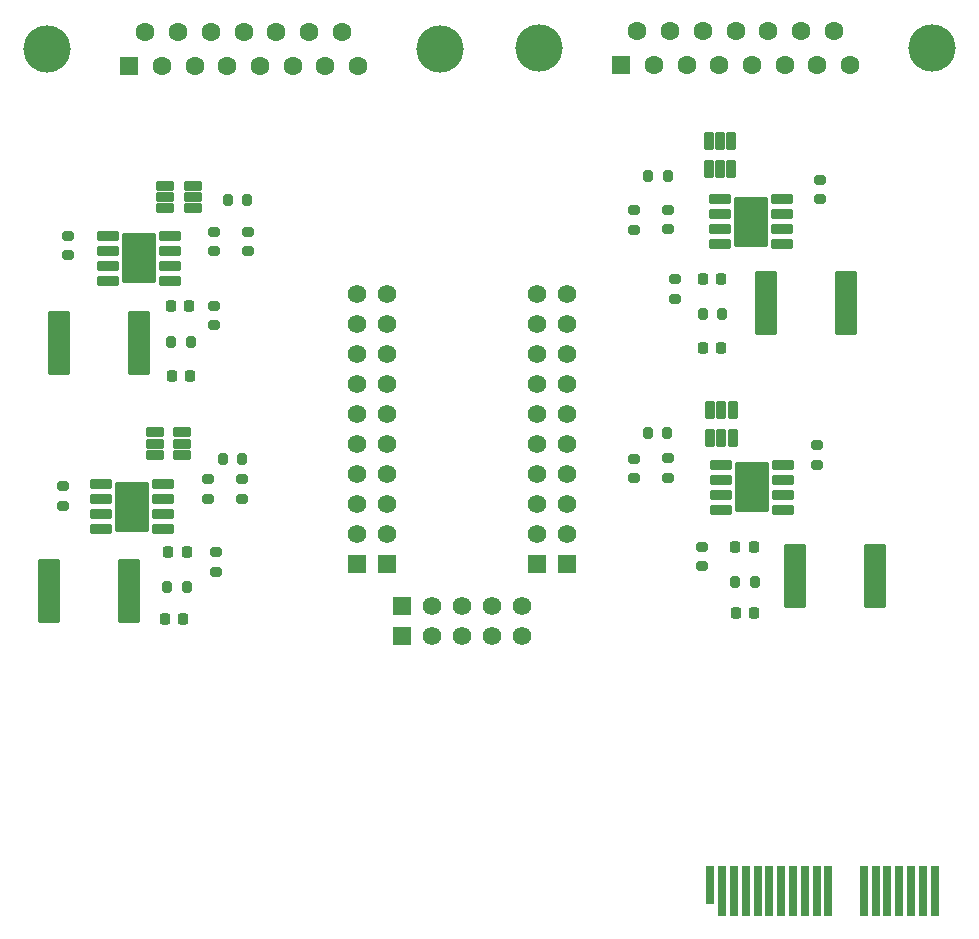
<source format=gbr>
%TF.GenerationSoftware,KiCad,Pcbnew,7.0.7*%
%TF.CreationDate,2023-10-23T22:40:39-07:00*%
%TF.ProjectId,MOSFET-board,4d4f5346-4554-42d6-926f-6172642e6b69,rev?*%
%TF.SameCoordinates,Original*%
%TF.FileFunction,Soldermask,Bot*%
%TF.FilePolarity,Negative*%
%FSLAX46Y46*%
G04 Gerber Fmt 4.6, Leading zero omitted, Abs format (unit mm)*
G04 Created by KiCad (PCBNEW 7.0.7) date 2023-10-23 22:40:39*
%MOMM*%
%LPD*%
G01*
G04 APERTURE LIST*
G04 Aperture macros list*
%AMRoundRect*
0 Rectangle with rounded corners*
0 $1 Rounding radius*
0 $2 $3 $4 $5 $6 $7 $8 $9 X,Y pos of 4 corners*
0 Add a 4 corners polygon primitive as box body*
4,1,4,$2,$3,$4,$5,$6,$7,$8,$9,$2,$3,0*
0 Add four circle primitives for the rounded corners*
1,1,$1+$1,$2,$3*
1,1,$1+$1,$4,$5*
1,1,$1+$1,$6,$7*
1,1,$1+$1,$8,$9*
0 Add four rect primitives between the rounded corners*
20,1,$1+$1,$2,$3,$4,$5,0*
20,1,$1+$1,$4,$5,$6,$7,0*
20,1,$1+$1,$6,$7,$8,$9,0*
20,1,$1+$1,$8,$9,$2,$3,0*%
G04 Aperture macros list end*
%ADD10C,1.560000*%
%ADD11R,1.560000X1.560000*%
%ADD12C,4.000000*%
%ADD13R,1.600000X1.600000*%
%ADD14C,1.600000*%
%ADD15R,0.700000X3.200000*%
%ADD16R,0.700000X4.300000*%
%ADD17RoundRect,0.250000X-0.712500X-2.475000X0.712500X-2.475000X0.712500X2.475000X-0.712500X2.475000X0*%
%ADD18RoundRect,0.200000X-0.275000X0.200000X-0.275000X-0.200000X0.275000X-0.200000X0.275000X0.200000X0*%
%ADD19RoundRect,0.200000X-0.200000X-0.275000X0.200000X-0.275000X0.200000X0.275000X-0.200000X0.275000X0*%
%ADD20RoundRect,0.218750X-0.218750X-0.256250X0.218750X-0.256250X0.218750X0.256250X-0.218750X0.256250X0*%
%ADD21RoundRect,0.200000X0.275000X-0.200000X0.275000X0.200000X-0.275000X0.200000X-0.275000X-0.200000X0*%
%ADD22RoundRect,0.218750X0.218750X0.256250X-0.218750X0.256250X-0.218750X-0.256250X0.218750X-0.256250X0*%
%ADD23RoundRect,0.190500X0.206500X-0.606500X0.206500X0.606500X-0.206500X0.606500X-0.206500X-0.606500X0*%
%ADD24RoundRect,0.141900X-0.800100X-0.245100X0.800100X-0.245100X0.800100X0.245100X-0.800100X0.245100X0*%
%ADD25RoundRect,0.102000X-1.325000X-2.000000X1.325000X-2.000000X1.325000X2.000000X-1.325000X2.000000X0*%
%ADD26RoundRect,0.250000X0.712500X2.475000X-0.712500X2.475000X-0.712500X-2.475000X0.712500X-2.475000X0*%
%ADD27RoundRect,0.200000X0.200000X0.275000X-0.200000X0.275000X-0.200000X-0.275000X0.200000X-0.275000X0*%
%ADD28RoundRect,0.190500X-0.606500X-0.206500X0.606500X-0.206500X0.606500X0.206500X-0.606500X0.206500X0*%
%ADD29RoundRect,0.141900X0.800100X0.245100X-0.800100X0.245100X-0.800100X-0.245100X0.800100X-0.245100X0*%
%ADD30RoundRect,0.102000X1.325000X2.000000X-1.325000X2.000000X-1.325000X-2.000000X1.325000X-2.000000X0*%
G04 APERTURE END LIST*
D10*
%TO.C,U11*%
X153598900Y-94045500D03*
X153598900Y-96585500D03*
X153598900Y-99125500D03*
X153598900Y-101665500D03*
X153598900Y-104205500D03*
X153598900Y-106745500D03*
X153598900Y-109285500D03*
X153598900Y-111825500D03*
X153598900Y-114365500D03*
D11*
X153598900Y-116905500D03*
X157408900Y-123001500D03*
D10*
X159948900Y-123001500D03*
X162488900Y-123001500D03*
X165028900Y-123001500D03*
X167568900Y-123001500D03*
D11*
X171378340Y-116905500D03*
D10*
X171378340Y-114365500D03*
X171378340Y-111825500D03*
X171378340Y-109285500D03*
X171378340Y-106745500D03*
X171378340Y-104205500D03*
X171378340Y-101665500D03*
X171378340Y-99125500D03*
X171378340Y-96585500D03*
X171378340Y-94045500D03*
%TD*%
%TO.C,*%
X168860000Y-104210000D03*
%TD*%
D12*
%TO.C,J3*%
X160688000Y-73320331D03*
X127388000Y-73320331D03*
D13*
X134343000Y-74740331D03*
D14*
X137113000Y-74740331D03*
X139883000Y-74740331D03*
X142653000Y-74740331D03*
X145423000Y-74740331D03*
X148193000Y-74740331D03*
X150963000Y-74740331D03*
X153733000Y-74740331D03*
X135728000Y-71900331D03*
X138498000Y-71900331D03*
X141268000Y-71900331D03*
X144038000Y-71900331D03*
X146808000Y-71900331D03*
X149578000Y-71900331D03*
X152348000Y-71900331D03*
%TD*%
D11*
%TO.C,*%
X156160000Y-116910000D03*
%TD*%
D10*
%TO.C,*%
X156160000Y-111830000D03*
%TD*%
%TO.C,*%
X167570000Y-120460000D03*
%TD*%
%TO.C,*%
X156160000Y-99130000D03*
%TD*%
%TO.C,*%
X168860000Y-94050000D03*
%TD*%
%TO.C,*%
X156160000Y-109290000D03*
%TD*%
%TO.C,*%
X168860000Y-106750000D03*
%TD*%
%TO.C,*%
X168860000Y-109290000D03*
%TD*%
%TO.C,*%
X168860000Y-96590000D03*
%TD*%
%TO.C,*%
X156160000Y-94050000D03*
%TD*%
D11*
%TO.C,*%
X168860000Y-116910000D03*
%TD*%
D10*
%TO.C,*%
X156160000Y-114370000D03*
%TD*%
D15*
%TO.C,J1*%
X183550160Y-144091000D03*
D16*
X184550160Y-144641000D03*
X185550160Y-144641000D03*
X186550160Y-144641000D03*
X187550160Y-144641000D03*
X188550160Y-144641000D03*
X189550160Y-144641000D03*
X190550160Y-144641000D03*
X191550160Y-144641000D03*
X192550160Y-144641000D03*
X193550160Y-144641000D03*
X196550160Y-144641000D03*
X197550160Y-144641000D03*
X198550160Y-144641000D03*
X199550160Y-144641000D03*
X200550160Y-144641000D03*
X201550160Y-144641000D03*
X202550160Y-144641000D03*
%TD*%
D10*
%TO.C,*%
X156160000Y-104210000D03*
%TD*%
%TO.C,*%
X168860000Y-101670000D03*
%TD*%
D12*
%TO.C,J2*%
X202344000Y-73256000D03*
X169044000Y-73256000D03*
D13*
X175999000Y-74676000D03*
D14*
X178769000Y-74676000D03*
X181539000Y-74676000D03*
X184309000Y-74676000D03*
X187079000Y-74676000D03*
X189849000Y-74676000D03*
X192619000Y-74676000D03*
X195389000Y-74676000D03*
X177384000Y-71836000D03*
X180154000Y-71836000D03*
X182924000Y-71836000D03*
X185694000Y-71836000D03*
X188464000Y-71836000D03*
X191234000Y-71836000D03*
X194004000Y-71836000D03*
%TD*%
D10*
%TO.C,*%
X159950000Y-120460000D03*
%TD*%
%TO.C,*%
X168860000Y-99130000D03*
%TD*%
D11*
%TO.C,*%
X157410000Y-120460000D03*
%TD*%
D10*
%TO.C,*%
X168860000Y-111830000D03*
%TD*%
%TO.C,*%
X156160000Y-106750000D03*
%TD*%
%TO.C,*%
X162490000Y-120460000D03*
%TD*%
%TO.C,*%
X156160000Y-101670000D03*
%TD*%
%TO.C,*%
X168860000Y-114370000D03*
%TD*%
%TO.C,*%
X156160000Y-96590000D03*
%TD*%
%TO.C,*%
X165030000Y-120460000D03*
%TD*%
D17*
%TO.C,F8*%
X188242500Y-94870000D03*
X195017500Y-94870000D03*
%TD*%
D18*
%TO.C,R97*%
X179930000Y-86945000D03*
X179930000Y-88595000D03*
%TD*%
D19*
%TO.C,R26*%
X182905000Y-95795000D03*
X184555000Y-95795000D03*
%TD*%
D20*
%TO.C,D48*%
X185700000Y-121125000D03*
X187275000Y-121125000D03*
%TD*%
D21*
%TO.C,R107*%
X192855000Y-86070000D03*
X192855000Y-84420000D03*
%TD*%
D17*
%TO.C,F9*%
X190687500Y-117925000D03*
X197462500Y-117925000D03*
%TD*%
D18*
%TO.C,R78*%
X177125000Y-108025000D03*
X177125000Y-109675000D03*
%TD*%
D21*
%TO.C,R1*%
X141675000Y-117600000D03*
X141675000Y-115950000D03*
%TD*%
D18*
%TO.C,R71*%
X143900000Y-109750000D03*
X143900000Y-111400000D03*
%TD*%
D22*
%TO.C,D25*%
X184467500Y-92820000D03*
X182892500Y-92820000D03*
%TD*%
D23*
%TO.C,U29*%
X185450000Y-106252500D03*
X184500000Y-106252500D03*
X183550000Y-106252500D03*
X183550000Y-103922500D03*
X184500000Y-103922500D03*
X185450000Y-103922500D03*
%TD*%
D24*
%TO.C,U7*%
X132000000Y-113985000D03*
X132000000Y-112715000D03*
X132000000Y-111445000D03*
X132000000Y-110175000D03*
X137230000Y-110175000D03*
X137230000Y-111445000D03*
X137230000Y-112715000D03*
X137230000Y-113985000D03*
D25*
X134615000Y-112080000D03*
%TD*%
D26*
%TO.C,F2*%
X134328571Y-119213999D03*
X127553571Y-119213999D03*
%TD*%
D20*
%TO.C,D47*%
X182917500Y-98645000D03*
X184492500Y-98645000D03*
%TD*%
D18*
%TO.C,R77*%
X177055000Y-86995000D03*
X177055000Y-88645000D03*
%TD*%
D21*
%TO.C,R5*%
X141554750Y-96736000D03*
X141554750Y-95086000D03*
%TD*%
D27*
%TO.C,R88*%
X179925000Y-105875000D03*
X178275000Y-105875000D03*
%TD*%
D20*
%TO.C,D5*%
X137862500Y-95125000D03*
X139437500Y-95125000D03*
%TD*%
D21*
%TO.C,R102*%
X129204750Y-90786000D03*
X129204750Y-89136000D03*
%TD*%
D27*
%TO.C,R2*%
X139228571Y-118875000D03*
X137578571Y-118875000D03*
%TD*%
D19*
%TO.C,R30*%
X185650000Y-118450000D03*
X187300000Y-118450000D03*
%TD*%
D18*
%TO.C,R91*%
X141025000Y-109775000D03*
X141025000Y-111425000D03*
%TD*%
D27*
%TO.C,R87*%
X179930000Y-84070000D03*
X178280000Y-84070000D03*
%TD*%
D19*
%TO.C,R82*%
X142704750Y-86086000D03*
X144354750Y-86086000D03*
%TD*%
D21*
%TO.C,R29*%
X182825000Y-117125000D03*
X182825000Y-115475000D03*
%TD*%
D26*
%TO.C,F3*%
X135217250Y-98261000D03*
X128442250Y-98261000D03*
%TD*%
D23*
%TO.C,U28*%
X185305000Y-83452500D03*
X184355000Y-83452500D03*
X183405000Y-83452500D03*
X183405000Y-81122500D03*
X184355000Y-81122500D03*
X185305000Y-81122500D03*
%TD*%
D28*
%TO.C,U22*%
X136510000Y-107700000D03*
X136510000Y-106750000D03*
X136510000Y-105800000D03*
X138840000Y-105800000D03*
X138840000Y-106750000D03*
X138840000Y-107700000D03*
%TD*%
D20*
%TO.C,D1*%
X137637500Y-115950000D03*
X139212500Y-115950000D03*
%TD*%
D22*
%TO.C,D41*%
X138928571Y-121613999D03*
X137353571Y-121613999D03*
%TD*%
D21*
%TO.C,R101*%
X128750000Y-112000000D03*
X128750000Y-110350000D03*
%TD*%
D29*
%TO.C,U8*%
X189605000Y-86070000D03*
X189605000Y-87340000D03*
X189605000Y-88610000D03*
X189605000Y-89880000D03*
X184375000Y-89880000D03*
X184375000Y-88610000D03*
X184375000Y-87340000D03*
X184375000Y-86070000D03*
D30*
X186990000Y-87975000D03*
%TD*%
D18*
%TO.C,R98*%
X180000000Y-108000000D03*
X180000000Y-109650000D03*
%TD*%
D22*
%TO.C,D42*%
X139542250Y-101036000D03*
X137967250Y-101036000D03*
%TD*%
D18*
%TO.C,R92*%
X141529750Y-88786000D03*
X141529750Y-90436000D03*
%TD*%
D22*
%TO.C,D29*%
X187212500Y-115475000D03*
X185637500Y-115475000D03*
%TD*%
D21*
%TO.C,R25*%
X180605000Y-94470000D03*
X180605000Y-92820000D03*
%TD*%
D29*
%TO.C,U10*%
X189730000Y-108540000D03*
X189730000Y-109810000D03*
X189730000Y-111080000D03*
X189730000Y-112350000D03*
X184500000Y-112350000D03*
X184500000Y-111080000D03*
X184500000Y-109810000D03*
X184500000Y-108540000D03*
D30*
X187115000Y-110445000D03*
%TD*%
D18*
%TO.C,R72*%
X144404750Y-88811000D03*
X144404750Y-90461000D03*
%TD*%
D19*
%TO.C,R81*%
X142278571Y-108025000D03*
X143928571Y-108025000D03*
%TD*%
D28*
%TO.C,U23*%
X137387500Y-86820000D03*
X137387500Y-85870000D03*
X137387500Y-84920000D03*
X139717500Y-84920000D03*
X139717500Y-85870000D03*
X139717500Y-86820000D03*
%TD*%
D24*
%TO.C,U9*%
X132549750Y-92966000D03*
X132549750Y-91696000D03*
X132549750Y-90426000D03*
X132549750Y-89156000D03*
X137779750Y-89156000D03*
X137779750Y-90426000D03*
X137779750Y-91696000D03*
X137779750Y-92966000D03*
D25*
X135164750Y-91061000D03*
%TD*%
D21*
%TO.C,R108*%
X192550000Y-108525000D03*
X192550000Y-106875000D03*
%TD*%
D27*
%TO.C,R6*%
X139554750Y-98111000D03*
X137904750Y-98111000D03*
%TD*%
M02*

</source>
